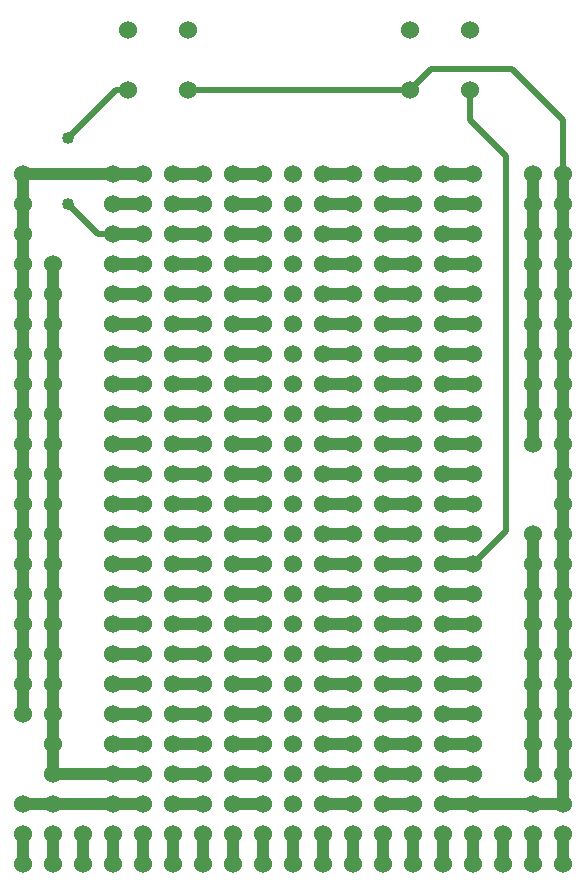
<source format=gtl>
G04 #@! TF.GenerationSoftware,KiCad,Pcbnew,7.0.6*
G04 #@! TF.CreationDate,2023-07-22T13:19:21-04:00*
G04 #@! TF.ProjectId,ESP32-S3-DevKitC-1 Proto Shield,45535033-322d-4533-932d-4465764b6974,rev?*
G04 #@! TF.SameCoordinates,Original*
G04 #@! TF.FileFunction,Copper,L1,Top*
G04 #@! TF.FilePolarity,Positive*
%FSLAX46Y46*%
G04 Gerber Fmt 4.6, Leading zero omitted, Abs format (unit mm)*
G04 Created by KiCad (PCBNEW 7.0.6) date 2023-07-22 13:19:21*
%MOMM*%
%LPD*%
G01*
G04 APERTURE LIST*
G04 #@! TA.AperFunction,ViaPad*
%ADD10C,1.524000*%
G04 #@! TD*
G04 #@! TA.AperFunction,ViaPad*
%ADD11C,1.016000*%
G04 #@! TD*
G04 #@! TA.AperFunction,Conductor*
%ADD12C,1.016000*%
G04 #@! TD*
G04 #@! TA.AperFunction,Conductor*
%ADD13C,0.508000*%
G04 #@! TD*
G04 APERTURE END LIST*
D10*
X41910000Y-52324000D03*
X57150000Y-37084000D03*
X62230000Y-72644000D03*
X72390000Y-54864000D03*
X46990000Y-57404000D03*
X52070000Y-57404000D03*
X34290000Y-75184000D03*
X26670000Y-62484000D03*
X59690000Y-44704000D03*
X57150000Y-72644000D03*
X72390000Y-92964000D03*
X39370000Y-90424000D03*
X52070000Y-77724000D03*
X46990000Y-85344000D03*
X46990000Y-59944000D03*
X26670000Y-67564000D03*
X26670000Y-80264000D03*
X46990000Y-77724000D03*
X54610000Y-52324000D03*
X72390000Y-87884000D03*
X52070000Y-44704000D03*
X57150000Y-47244000D03*
X46990000Y-34544000D03*
X52070000Y-80264000D03*
X41910000Y-59944000D03*
X26670000Y-77724000D03*
X69850000Y-49784000D03*
X62230000Y-85344000D03*
X26670000Y-59944000D03*
X41910000Y-65024000D03*
X44450000Y-54864000D03*
X39370000Y-39624000D03*
X59690000Y-52324000D03*
X59690000Y-80264000D03*
X69850000Y-37084000D03*
X62230000Y-75184000D03*
X72390000Y-75184000D03*
X64770000Y-39624000D03*
X72390000Y-70104000D03*
X59690000Y-59944000D03*
D11*
X30480000Y-37084000D03*
D10*
X54610000Y-65024000D03*
X41910000Y-44704000D03*
X64770000Y-72644000D03*
X72390000Y-62484000D03*
X62230000Y-44704000D03*
X69850000Y-72644000D03*
X44450000Y-62484000D03*
X72390000Y-72644000D03*
X62230000Y-90424000D03*
X29210000Y-57404000D03*
X26670000Y-92964000D03*
X41910000Y-49784000D03*
X36830000Y-52324000D03*
X69850000Y-82804000D03*
X46990000Y-65024000D03*
X34290000Y-82804000D03*
X69850000Y-80264000D03*
X41910000Y-77724000D03*
X34290000Y-77724000D03*
X34290000Y-44704000D03*
X46990000Y-54864000D03*
X69850000Y-67564000D03*
X52070000Y-90424000D03*
X59690000Y-67564000D03*
X69850000Y-44704000D03*
D11*
X30480000Y-31496000D03*
D10*
X26670000Y-44704000D03*
X41910000Y-80264000D03*
X39370000Y-42164000D03*
X49530000Y-65024000D03*
X59690000Y-92964000D03*
X62230000Y-80264000D03*
X54610000Y-62484000D03*
X62230000Y-52324000D03*
X59690000Y-75184000D03*
X46990000Y-49784000D03*
X72390000Y-37084000D03*
X39370000Y-52324000D03*
X57150000Y-44704000D03*
X36830000Y-59944000D03*
X31750000Y-90424000D03*
X49530000Y-54864000D03*
X69850000Y-87884000D03*
X49530000Y-37084000D03*
X29210000Y-44704000D03*
X36830000Y-54864000D03*
X39370000Y-75184000D03*
X54610000Y-39624000D03*
X39370000Y-77724000D03*
X39370000Y-65024000D03*
X29210000Y-72644000D03*
X39370000Y-37084000D03*
X54610000Y-57404000D03*
X29210000Y-92964000D03*
X54610000Y-37084000D03*
X72390000Y-85344000D03*
X29210000Y-82804000D03*
X57150000Y-54864000D03*
X72390000Y-90424000D03*
X44450000Y-85344000D03*
X26670000Y-70104000D03*
X39370000Y-92964000D03*
X59690000Y-65024000D03*
X34290000Y-87884000D03*
X46990000Y-82804000D03*
X34290000Y-90424000D03*
X36830000Y-67564000D03*
X72390000Y-80264000D03*
X64770000Y-70104000D03*
X39370000Y-85344000D03*
X34290000Y-37084000D03*
X39370000Y-34544000D03*
X54610000Y-49784000D03*
X69850000Y-85344000D03*
X69850000Y-57404000D03*
X64516000Y-22352000D03*
X72390000Y-39624000D03*
X52070000Y-34544000D03*
X59690000Y-70104000D03*
X64770000Y-65024000D03*
X49530000Y-59944000D03*
X62230000Y-37084000D03*
X41910000Y-90424000D03*
X34290000Y-85344000D03*
X49530000Y-87884000D03*
X54610000Y-44704000D03*
X64770000Y-87884000D03*
X39370000Y-47244000D03*
X57150000Y-62484000D03*
X54610000Y-77724000D03*
X67310000Y-92964000D03*
X72390000Y-34544000D03*
X26670000Y-72644000D03*
X54610000Y-85344000D03*
X52070000Y-67564000D03*
X41910000Y-82804000D03*
X49530000Y-42164000D03*
X26670000Y-90424000D03*
X26670000Y-34544000D03*
X29210000Y-77724000D03*
X29210000Y-62484000D03*
X41910000Y-85344000D03*
X64770000Y-49784000D03*
X49530000Y-92964000D03*
X64770000Y-82804000D03*
X41910000Y-87884000D03*
X52070000Y-92964000D03*
X69850000Y-70104000D03*
X36830000Y-49784000D03*
X46990000Y-42164000D03*
X52070000Y-37084000D03*
X62230000Y-87884000D03*
X29210000Y-67564000D03*
X57150000Y-85344000D03*
X59690000Y-39624000D03*
X29210000Y-85344000D03*
X26670000Y-49784000D03*
X57150000Y-77724000D03*
X29210000Y-70104000D03*
X52070000Y-54864000D03*
X46990000Y-70104000D03*
X46990000Y-75184000D03*
X46990000Y-44704000D03*
X44450000Y-57404000D03*
X49530000Y-80264000D03*
X26670000Y-47244000D03*
X46990000Y-62484000D03*
X44450000Y-80264000D03*
X46990000Y-80264000D03*
X59690000Y-62484000D03*
X36830000Y-80264000D03*
X31750000Y-92964000D03*
X57150000Y-90424000D03*
X54610000Y-34544000D03*
X46990000Y-47244000D03*
X52070000Y-75184000D03*
X26670000Y-52324000D03*
X57150000Y-39624000D03*
X34290000Y-54864000D03*
X49530000Y-75184000D03*
X59690000Y-87884000D03*
X72390000Y-57404000D03*
X29210000Y-87884000D03*
X44450000Y-34544000D03*
X69850000Y-39624000D03*
X52070000Y-39624000D03*
X57150000Y-80264000D03*
X46990000Y-37084000D03*
X29210000Y-49784000D03*
X69850000Y-54864000D03*
X64770000Y-80264000D03*
X40640000Y-27432000D03*
X44450000Y-82804000D03*
X44450000Y-47244000D03*
X59690000Y-82804000D03*
X57150000Y-57404000D03*
X49530000Y-57404000D03*
X36830000Y-90424000D03*
X36830000Y-72644000D03*
X49530000Y-77724000D03*
X62230000Y-65024000D03*
X39370000Y-80264000D03*
X34290000Y-59944000D03*
X26670000Y-75184000D03*
X36830000Y-62484000D03*
X46990000Y-92964000D03*
X44450000Y-90424000D03*
X36830000Y-87884000D03*
X29210000Y-42164000D03*
X29210000Y-52324000D03*
X29210000Y-80264000D03*
X29210000Y-75184000D03*
X59436000Y-27432000D03*
X29210000Y-65024000D03*
X46990000Y-90424000D03*
X69850000Y-52324000D03*
X69850000Y-42164000D03*
X54610000Y-42164000D03*
X46990000Y-67564000D03*
X29210000Y-47244000D03*
X46990000Y-87884000D03*
X39370000Y-70104000D03*
X44450000Y-87884000D03*
X62230000Y-57404000D03*
X26670000Y-37084000D03*
X46990000Y-52324000D03*
X39370000Y-72644000D03*
X39370000Y-57404000D03*
X41910000Y-39624000D03*
X64770000Y-57404000D03*
X34290000Y-57404000D03*
X64770000Y-52324000D03*
X44450000Y-49784000D03*
X34290000Y-34544000D03*
X62230000Y-39624000D03*
X57150000Y-82804000D03*
X39370000Y-59944000D03*
X44450000Y-42164000D03*
X34290000Y-49784000D03*
X64770000Y-34544000D03*
X64770000Y-54864000D03*
X36830000Y-44704000D03*
X36830000Y-85344000D03*
X36830000Y-42164000D03*
X49530000Y-49784000D03*
X62230000Y-77724000D03*
X41910000Y-57404000D03*
X62230000Y-92964000D03*
X34290000Y-72644000D03*
X26670000Y-87884000D03*
X44450000Y-44704000D03*
X26670000Y-65024000D03*
X52070000Y-65024000D03*
X59690000Y-47244000D03*
X34290000Y-52324000D03*
X41910000Y-54864000D03*
X57150000Y-65024000D03*
X62230000Y-42164000D03*
X54610000Y-59944000D03*
X49530000Y-67564000D03*
X29210000Y-90424000D03*
X62230000Y-62484000D03*
X36830000Y-37084000D03*
X57150000Y-42164000D03*
X36830000Y-47244000D03*
X57150000Y-70104000D03*
X44450000Y-72644000D03*
X72390000Y-77724000D03*
X52070000Y-72644000D03*
X67310000Y-90424000D03*
X52070000Y-47244000D03*
X41910000Y-37084000D03*
X57150000Y-67564000D03*
X39370000Y-82804000D03*
X52070000Y-70104000D03*
X39370000Y-44704000D03*
X34290000Y-92964000D03*
X62230000Y-70104000D03*
X72390000Y-42164000D03*
X34290000Y-62484000D03*
X62230000Y-54864000D03*
X39370000Y-54864000D03*
X44450000Y-65024000D03*
X59690000Y-72644000D03*
X72390000Y-67564000D03*
X57150000Y-87884000D03*
X62230000Y-47244000D03*
X54610000Y-92964000D03*
X49530000Y-72644000D03*
X41910000Y-34544000D03*
X34290000Y-39624000D03*
X44450000Y-92964000D03*
X52070000Y-82804000D03*
X44450000Y-59944000D03*
X59690000Y-34544000D03*
X49530000Y-85344000D03*
X62230000Y-67564000D03*
X64770000Y-85344000D03*
X49530000Y-44704000D03*
X62230000Y-49784000D03*
X49530000Y-90424000D03*
X44450000Y-77724000D03*
X59690000Y-57404000D03*
X57150000Y-49784000D03*
X44450000Y-37084000D03*
X36830000Y-77724000D03*
X52070000Y-87884000D03*
X59690000Y-90424000D03*
X64770000Y-62484000D03*
X52070000Y-52324000D03*
X64516000Y-27432000D03*
X44450000Y-75184000D03*
X69850000Y-65024000D03*
X41910000Y-42164000D03*
X52070000Y-42164000D03*
X52070000Y-59944000D03*
X64770000Y-67564000D03*
X69850000Y-75184000D03*
X26670000Y-42164000D03*
X41910000Y-92964000D03*
X49530000Y-52324000D03*
X69850000Y-34544000D03*
X54610000Y-82804000D03*
X62230000Y-34544000D03*
X59690000Y-54864000D03*
X41910000Y-75184000D03*
X49530000Y-82804000D03*
X26670000Y-54864000D03*
X72390000Y-59944000D03*
X54610000Y-54864000D03*
X54610000Y-70104000D03*
X52070000Y-49784000D03*
X69850000Y-90424000D03*
X59436000Y-22352000D03*
X26670000Y-39624000D03*
X64770000Y-90424000D03*
X72390000Y-44704000D03*
X39370000Y-49784000D03*
X41910000Y-72644000D03*
X36830000Y-34544000D03*
X69850000Y-92964000D03*
X36830000Y-57404000D03*
X64770000Y-92964000D03*
X34290000Y-42164000D03*
X72390000Y-52324000D03*
X72390000Y-47244000D03*
X36830000Y-70104000D03*
X62230000Y-82804000D03*
X26670000Y-57404000D03*
X52070000Y-85344000D03*
X49530000Y-70104000D03*
X39370000Y-67564000D03*
X64770000Y-44704000D03*
X49530000Y-47244000D03*
X34290000Y-47244000D03*
X34290000Y-67564000D03*
X72390000Y-49784000D03*
X57150000Y-52324000D03*
X57150000Y-75184000D03*
X44450000Y-39624000D03*
X36830000Y-82804000D03*
X57150000Y-34544000D03*
X64770000Y-59944000D03*
X29210000Y-59944000D03*
X62230000Y-59944000D03*
X64770000Y-75184000D03*
X36830000Y-39624000D03*
X49530000Y-39624000D03*
X69850000Y-47244000D03*
X54610000Y-67564000D03*
X59690000Y-49784000D03*
X44450000Y-52324000D03*
X64770000Y-47244000D03*
X69850000Y-77724000D03*
X52070000Y-62484000D03*
X54610000Y-90424000D03*
X57150000Y-92964000D03*
X49530000Y-62484000D03*
X36830000Y-92964000D03*
X59690000Y-42164000D03*
X41910000Y-62484000D03*
X44450000Y-70104000D03*
X35560000Y-27432000D03*
X29210000Y-54864000D03*
X36830000Y-65024000D03*
X59690000Y-77724000D03*
X35560000Y-22352000D03*
X57150000Y-59944000D03*
X64770000Y-37084000D03*
X41910000Y-47244000D03*
X39370000Y-62484000D03*
X54610000Y-47244000D03*
X34290000Y-80264000D03*
X72390000Y-82804000D03*
X54610000Y-72644000D03*
X34290000Y-65024000D03*
X64770000Y-42164000D03*
X59690000Y-85344000D03*
X54610000Y-80264000D03*
X54610000Y-75184000D03*
X54610000Y-87884000D03*
X46990000Y-72644000D03*
X41910000Y-70104000D03*
X40640000Y-22352000D03*
X72390000Y-65024000D03*
X34290000Y-70104000D03*
X39370000Y-87884000D03*
X49530000Y-34544000D03*
X64770000Y-77724000D03*
X44450000Y-67564000D03*
X46990000Y-39624000D03*
X59690000Y-37084000D03*
X36830000Y-75184000D03*
X41910000Y-67564000D03*
D12*
X52070000Y-42164000D02*
X54610000Y-42164000D01*
X29210000Y-90424000D02*
X29210000Y-92964000D01*
X44450000Y-75184000D02*
X46990000Y-75184000D01*
X57150000Y-57404000D02*
X59690000Y-57404000D01*
X57150000Y-62484000D02*
X59690000Y-62484000D01*
X34290000Y-72644000D02*
X36830000Y-72644000D01*
X34290000Y-77724000D02*
X36830000Y-77724000D01*
X39370000Y-62484000D02*
X41910000Y-62484000D01*
X34290000Y-39624000D02*
X36830000Y-39624000D01*
X44450000Y-62484000D02*
X46990000Y-62484000D01*
X39370000Y-42164000D02*
X41910000Y-42164000D01*
X39370000Y-49784000D02*
X41910000Y-49784000D01*
X34290000Y-44704000D02*
X36830000Y-44704000D01*
X64770000Y-87884000D02*
X69850000Y-87884000D01*
X44450000Y-47244000D02*
X46990000Y-47244000D01*
X62230000Y-62484000D02*
X64770000Y-62484000D01*
X54610000Y-90424000D02*
X54610000Y-92964000D01*
X34290000Y-67564000D02*
X36830000Y-67564000D01*
X52070000Y-54864000D02*
X54610000Y-54864000D01*
X57150000Y-59944000D02*
X59690000Y-59944000D01*
X44450000Y-80264000D02*
X46990000Y-80264000D01*
X62230000Y-85344000D02*
X64770000Y-85344000D01*
X57150000Y-72644000D02*
X59690000Y-72644000D01*
X34290000Y-34544000D02*
X26670000Y-34544000D01*
X52070000Y-57404000D02*
X54610000Y-57404000D01*
X62230000Y-65024000D02*
X64770000Y-65024000D01*
X62230000Y-54864000D02*
X64770000Y-54864000D01*
X62230000Y-52324000D02*
X64770000Y-52324000D01*
X52070000Y-67564000D02*
X54610000Y-67564000D01*
X44450000Y-67564000D02*
X46990000Y-67564000D01*
X52070000Y-47244000D02*
X54610000Y-47244000D01*
D13*
X64770000Y-67564000D02*
X67564000Y-64770000D01*
X59436000Y-27432000D02*
X40640000Y-27432000D01*
D12*
X69850000Y-90424000D02*
X69850000Y-92964000D01*
X52070000Y-80264000D02*
X54610000Y-80264000D01*
X62230000Y-34544000D02*
X64770000Y-34544000D01*
X34290000Y-47244000D02*
X36830000Y-47244000D01*
X46990000Y-90424000D02*
X46990000Y-92964000D01*
X57150000Y-52324000D02*
X59690000Y-52324000D01*
X29210000Y-87884000D02*
X26670000Y-87884000D01*
X62230000Y-47244000D02*
X64770000Y-47244000D01*
X39370000Y-37084000D02*
X41910000Y-37084000D01*
X57150000Y-49784000D02*
X59690000Y-49784000D01*
X44450000Y-52324000D02*
X46990000Y-52324000D01*
X52070000Y-44704000D02*
X54610000Y-44704000D01*
X57150000Y-87884000D02*
X59690000Y-87884000D01*
X44450000Y-82804000D02*
X46990000Y-82804000D01*
X34290000Y-90424000D02*
X34290000Y-92964000D01*
D13*
X61214000Y-25654000D02*
X68072000Y-25654000D01*
D12*
X26670000Y-90424000D02*
X26670000Y-92964000D01*
X57150000Y-34544000D02*
X59690000Y-34544000D01*
X34290000Y-65024000D02*
X36830000Y-65024000D01*
X39370000Y-67564000D02*
X41910000Y-67564000D01*
D13*
X67564000Y-33020000D02*
X64516000Y-29972000D01*
D12*
X39370000Y-52324000D02*
X41910000Y-52324000D01*
X39370000Y-54864000D02*
X41910000Y-54864000D01*
X59690000Y-90424000D02*
X59690000Y-92964000D01*
X52070000Y-52324000D02*
X54610000Y-52324000D01*
X52070000Y-75184000D02*
X54610000Y-75184000D01*
X62230000Y-72644000D02*
X64770000Y-72644000D01*
X62230000Y-70104000D02*
X64770000Y-70104000D01*
X39370000Y-90424000D02*
X39370000Y-92964000D01*
X34290000Y-85344000D02*
X36830000Y-85344000D01*
X34290000Y-87884000D02*
X29210000Y-87884000D01*
X34290000Y-62484000D02*
X36830000Y-62484000D01*
X41910000Y-90424000D02*
X41910000Y-92964000D01*
X62230000Y-90424000D02*
X62230000Y-92964000D01*
X34290000Y-49784000D02*
X36830000Y-49784000D01*
X34290000Y-34544000D02*
X36830000Y-34544000D01*
D13*
X68072000Y-25654000D02*
X72390000Y-29972000D01*
D12*
X57150000Y-77724000D02*
X59690000Y-77724000D01*
X72390000Y-90424000D02*
X72390000Y-92964000D01*
X44450000Y-59944000D02*
X46990000Y-59944000D01*
X57150000Y-85344000D02*
X59690000Y-85344000D01*
X62230000Y-82804000D02*
X64770000Y-82804000D01*
X39370000Y-85344000D02*
X41910000Y-85344000D01*
X31750000Y-90424000D02*
X31750000Y-92964000D01*
X39370000Y-70104000D02*
X41910000Y-70104000D01*
X52070000Y-85344000D02*
X54610000Y-85344000D01*
X44450000Y-87884000D02*
X46990000Y-87884000D01*
X52070000Y-37084000D02*
X54610000Y-37084000D01*
X34290000Y-70104000D02*
X36830000Y-70104000D01*
D13*
X34290000Y-39624000D02*
X33020000Y-39624000D01*
D12*
X57150000Y-90424000D02*
X57150000Y-92964000D01*
X57150000Y-54864000D02*
X59690000Y-54864000D01*
X52070000Y-65024000D02*
X54610000Y-65024000D01*
X44450000Y-42164000D02*
X46990000Y-42164000D01*
X44450000Y-39624000D02*
X46990000Y-39624000D01*
X62230000Y-77724000D02*
X64770000Y-77724000D01*
X52070000Y-59944000D02*
X54610000Y-59944000D01*
D13*
X59436000Y-27432000D02*
X61214000Y-25654000D01*
D12*
X62230000Y-49784000D02*
X64770000Y-49784000D01*
X39370000Y-57404000D02*
X41910000Y-57404000D01*
D13*
X34544000Y-27432000D02*
X35560000Y-27432000D01*
D12*
X57150000Y-67564000D02*
X59690000Y-67564000D01*
X44450000Y-57404000D02*
X46990000Y-57404000D01*
X44450000Y-54864000D02*
X46990000Y-54864000D01*
X62230000Y-42164000D02*
X64770000Y-42164000D01*
X44450000Y-72644000D02*
X46990000Y-72644000D01*
X52070000Y-77724000D02*
X54610000Y-77724000D01*
X34290000Y-75184000D02*
X36830000Y-75184000D01*
X44450000Y-85344000D02*
X46990000Y-85344000D01*
X34290000Y-52324000D02*
X36830000Y-52324000D01*
D13*
X67564000Y-64770000D02*
X67564000Y-33020000D01*
D12*
X52070000Y-62484000D02*
X54610000Y-62484000D01*
X62230000Y-80264000D02*
X64770000Y-80264000D01*
X62230000Y-87884000D02*
X64770000Y-87884000D01*
X62230000Y-75184000D02*
X64770000Y-75184000D01*
X69850000Y-65024000D02*
X69850000Y-85344000D01*
X44450000Y-37084000D02*
X46990000Y-37084000D01*
X57150000Y-75184000D02*
X59690000Y-75184000D01*
D13*
X30480000Y-31496000D02*
X34544000Y-27432000D01*
D12*
X57150000Y-42164000D02*
X59690000Y-42164000D01*
X36830000Y-90424000D02*
X36830000Y-92964000D01*
X52070000Y-39624000D02*
X54610000Y-39624000D01*
X72390000Y-87884000D02*
X72390000Y-34544000D01*
X69850000Y-87884000D02*
X72390000Y-87884000D01*
X26670000Y-37084000D02*
X26670000Y-80264000D01*
X44450000Y-65024000D02*
X46990000Y-65024000D01*
D13*
X72390000Y-29972000D02*
X72390000Y-34544000D01*
D12*
X39370000Y-59944000D02*
X41910000Y-59944000D01*
X39370000Y-47244000D02*
X41910000Y-47244000D01*
X39370000Y-80264000D02*
X41910000Y-80264000D01*
X52070000Y-72644000D02*
X54610000Y-72644000D01*
X52070000Y-70104000D02*
X54610000Y-70104000D01*
X44450000Y-44704000D02*
X46990000Y-44704000D01*
X29210000Y-85344000D02*
X34290000Y-85344000D01*
X62230000Y-44704000D02*
X64770000Y-44704000D01*
X39370000Y-82804000D02*
X41910000Y-82804000D01*
X39370000Y-75184000D02*
X41910000Y-75184000D01*
X67310000Y-90424000D02*
X67310000Y-92964000D01*
X39370000Y-77724000D02*
X41910000Y-77724000D01*
X52070000Y-49784000D02*
X54610000Y-49784000D01*
X34290000Y-59944000D02*
X36830000Y-59944000D01*
X49530000Y-90424000D02*
X49530000Y-92964000D01*
X52070000Y-34544000D02*
X54610000Y-34544000D01*
X34290000Y-80264000D02*
X36830000Y-80264000D01*
X57150000Y-80264000D02*
X59690000Y-80264000D01*
X69850000Y-57404000D02*
X69850000Y-34544000D01*
X26670000Y-34544000D02*
X26670000Y-37084000D01*
X39370000Y-72644000D02*
X41910000Y-72644000D01*
X57150000Y-39624000D02*
X59690000Y-39624000D01*
X52070000Y-87884000D02*
X54610000Y-87884000D01*
X52070000Y-90424000D02*
X52070000Y-92964000D01*
X44450000Y-70104000D02*
X46990000Y-70104000D01*
X62230000Y-37084000D02*
X64770000Y-37084000D01*
X44450000Y-90424000D02*
X44450000Y-92964000D01*
X57150000Y-47244000D02*
X59690000Y-47244000D01*
X44450000Y-77724000D02*
X46990000Y-77724000D01*
X57150000Y-65024000D02*
X59690000Y-65024000D01*
X34290000Y-54864000D02*
X36830000Y-54864000D01*
X62230000Y-57404000D02*
X64770000Y-57404000D01*
X34290000Y-82804000D02*
X36830000Y-82804000D01*
X34290000Y-87884000D02*
X36830000Y-87884000D01*
D13*
X64516000Y-29972000D02*
X64516000Y-27432000D01*
D12*
X39370000Y-65024000D02*
X41910000Y-65024000D01*
X57150000Y-44704000D02*
X59690000Y-44704000D01*
X62230000Y-59944000D02*
X64770000Y-59944000D01*
X57150000Y-82804000D02*
X59690000Y-82804000D01*
X39370000Y-87884000D02*
X41910000Y-87884000D01*
X39370000Y-44704000D02*
X41910000Y-44704000D01*
X44450000Y-49784000D02*
X46990000Y-49784000D01*
X62230000Y-67564000D02*
X64770000Y-67564000D01*
X34290000Y-42164000D02*
X36830000Y-42164000D01*
X62230000Y-39624000D02*
X64770000Y-39624000D01*
X44450000Y-34544000D02*
X46990000Y-34544000D01*
X34290000Y-57404000D02*
X36830000Y-57404000D01*
X39370000Y-39624000D02*
X41910000Y-39624000D01*
X57150000Y-70104000D02*
X59690000Y-70104000D01*
X57150000Y-37084000D02*
X59690000Y-37084000D01*
X52070000Y-82804000D02*
X54610000Y-82804000D01*
X39370000Y-34544000D02*
X41910000Y-34544000D01*
X29210000Y-42164000D02*
X29210000Y-85344000D01*
D13*
X33020000Y-39624000D02*
X30480000Y-37084000D01*
D12*
X64770000Y-90424000D02*
X64770000Y-92964000D01*
X34290000Y-37084000D02*
X36830000Y-37084000D01*
M02*

</source>
